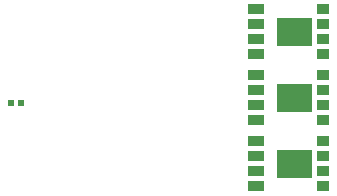
<source format=gbr>
%TF.GenerationSoftware,Altium Limited,Altium Designer,20.2.3 (150)*%
G04 Layer_Color=128*
%FSLAX26Y26*%
%MOIN*%
%TF.SameCoordinates,27716F98-0B22-40FE-96F5-AA6DB086EB47*%
%TF.FilePolarity,Positive*%
%TF.FileFunction,Paste,Bot*%
%TF.Part,Single*%
G01*
G75*
%TA.AperFunction,SMDPad,CuDef*%
%ADD23R,0.057087X0.033465*%
%ADD24R,0.041339X0.033465*%
%ADD40R,0.021260X0.023622*%
G36*
X3280315Y1600693D02*
X3162992D01*
Y1507307D01*
X3280315D01*
Y1600693D01*
D02*
G37*
G36*
Y1820693D02*
X3162992D01*
Y1727307D01*
X3280315D01*
Y1820693D01*
D02*
G37*
G36*
Y2040693D02*
X3162992D01*
Y1947307D01*
X3280315D01*
Y2040693D01*
D02*
G37*
D23*
X3091732Y1919000D02*
D03*
Y1969000D02*
D03*
Y2019000D02*
D03*
Y2069000D02*
D03*
Y1699000D02*
D03*
Y1749000D02*
D03*
Y1799000D02*
D03*
Y1849000D02*
D03*
Y1479000D02*
D03*
Y1529000D02*
D03*
Y1579000D02*
D03*
Y1629000D02*
D03*
D24*
X3316142Y2069000D02*
D03*
Y2019000D02*
D03*
Y1969000D02*
D03*
Y1919000D02*
D03*
Y1849000D02*
D03*
Y1799000D02*
D03*
Y1749000D02*
D03*
Y1699000D02*
D03*
Y1629000D02*
D03*
Y1579000D02*
D03*
Y1529000D02*
D03*
Y1479000D02*
D03*
D40*
X2276766Y1755842D02*
D03*
X2310782D02*
D03*
%TF.MD5,93001fec99e1702885b0829ab89e7591*%
M02*

</source>
